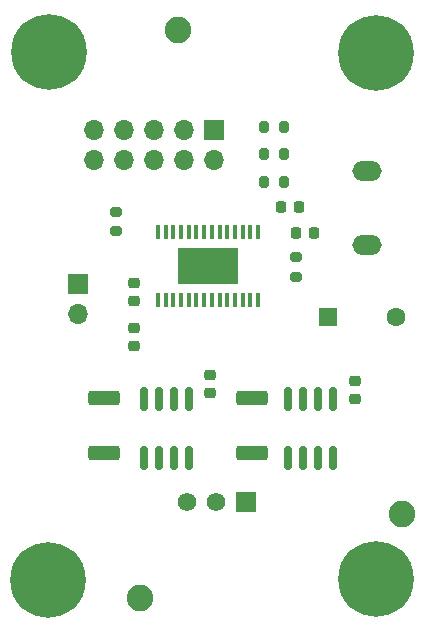
<source format=gbr>
%TF.GenerationSoftware,KiCad,Pcbnew,8.0.5*%
%TF.CreationDate,2026-01-02T18:08:47-06:00*%
%TF.ProjectId,FOC_DV,464f435f-4456-42e6-9b69-6361645f7063,rev?*%
%TF.SameCoordinates,PX7735940PY6422c40*%
%TF.FileFunction,Soldermask,Top*%
%TF.FilePolarity,Negative*%
%FSLAX46Y46*%
G04 Gerber Fmt 4.6, Leading zero omitted, Abs format (unit mm)*
G04 Created by KiCad (PCBNEW 8.0.5) date 2026-01-02 18:08:47*
%MOMM*%
%LPD*%
G01*
G04 APERTURE LIST*
G04 Aperture macros list*
%AMRoundRect*
0 Rectangle with rounded corners*
0 $1 Rounding radius*
0 $2 $3 $4 $5 $6 $7 $8 $9 X,Y pos of 4 corners*
0 Add a 4 corners polygon primitive as box body*
4,1,4,$2,$3,$4,$5,$6,$7,$8,$9,$2,$3,0*
0 Add four circle primitives for the rounded corners*
1,1,$1+$1,$2,$3*
1,1,$1+$1,$4,$5*
1,1,$1+$1,$6,$7*
1,1,$1+$1,$8,$9*
0 Add four rect primitives between the rounded corners*
20,1,$1+$1,$2,$3,$4,$5,0*
20,1,$1+$1,$4,$5,$6,$7,0*
20,1,$1+$1,$6,$7,$8,$9,0*
20,1,$1+$1,$8,$9,$2,$3,0*%
G04 Aperture macros list end*
%ADD10C,6.400000*%
%ADD11R,1.600000X1.600000*%
%ADD12C,1.600000*%
%ADD13R,0.399999X1.200000*%
%ADD14R,5.180000X3.099999*%
%ADD15C,0.399999*%
%ADD16RoundRect,0.200000X-0.275000X0.200000X-0.275000X-0.200000X0.275000X-0.200000X0.275000X0.200000X0*%
%ADD17R,1.750000X1.750000*%
%ADD18C,1.575000*%
%ADD19RoundRect,0.200000X-0.200000X-0.275000X0.200000X-0.275000X0.200000X0.275000X-0.200000X0.275000X0*%
%ADD20RoundRect,0.200000X0.275000X-0.200000X0.275000X0.200000X-0.275000X0.200000X-0.275000X-0.200000X0*%
%ADD21RoundRect,0.218750X0.218750X0.256250X-0.218750X0.256250X-0.218750X-0.256250X0.218750X-0.256250X0*%
%ADD22O,2.500000X1.700000*%
%ADD23C,2.250000*%
%ADD24RoundRect,0.150000X0.150000X-0.825000X0.150000X0.825000X-0.150000X0.825000X-0.150000X-0.825000X0*%
%ADD25R,1.700000X1.700000*%
%ADD26O,1.700000X1.700000*%
%ADD27RoundRect,0.250000X1.075000X-0.362500X1.075000X0.362500X-1.075000X0.362500X-1.075000X-0.362500X0*%
%ADD28RoundRect,0.200000X0.200000X0.275000X-0.200000X0.275000X-0.200000X-0.275000X0.200000X-0.275000X0*%
%ADD29RoundRect,0.225000X0.250000X-0.225000X0.250000X0.225000X-0.250000X0.225000X-0.250000X-0.225000X0*%
%ADD30RoundRect,0.225000X0.225000X0.250000X-0.225000X0.250000X-0.225000X-0.250000X0.225000X-0.250000X0*%
%ADD31RoundRect,0.225000X-0.250000X0.225000X-0.250000X-0.225000X0.250000X-0.225000X0.250000X0.225000X0*%
G04 APERTURE END LIST*
D10*
%TO.C,H4*%
X37302944Y50502944D03*
%TD*%
%TO.C,H2*%
X9600000Y50600000D03*
%TD*%
%TO.C,H3*%
X9497056Y5902944D03*
%TD*%
%TO.C,H1*%
X37250000Y6000000D03*
%TD*%
D11*
%TO.C,C1*%
X33200000Y28200000D03*
D12*
X38950000Y28200000D03*
%TD*%
D13*
%TO.C,U1*%
X18825000Y29650001D03*
X19475001Y29650001D03*
X20125000Y29650001D03*
X20775001Y29650001D03*
X21424999Y29650001D03*
X22075001Y29650001D03*
X22724999Y29650001D03*
X23375001Y29650001D03*
X24024999Y29650001D03*
X24675001Y29650001D03*
X25324999Y29650001D03*
X25975000Y29650001D03*
X26624999Y29650001D03*
X27275000Y29650001D03*
X27275000Y35349999D03*
X26624999Y35349999D03*
X25975000Y35349999D03*
X25324999Y35349999D03*
X24675001Y35349999D03*
X24024999Y35349999D03*
X23375001Y35349999D03*
X22724999Y35349999D03*
X22075001Y35349999D03*
X21424999Y35349999D03*
X20775001Y35349999D03*
X20125000Y35349999D03*
X19475001Y35349999D03*
X18825000Y35349999D03*
D14*
X23050000Y32500000D03*
D15*
X21049999Y31499999D03*
X22049999Y31499999D03*
X23050000Y31499999D03*
X24050001Y31499999D03*
X25050001Y31499999D03*
X21049999Y32500000D03*
X22049999Y32500000D03*
X23050000Y32500000D03*
X24050001Y32500000D03*
X25050001Y32500000D03*
X21049999Y33500001D03*
X22049999Y33500001D03*
X23050000Y33500001D03*
X24050001Y33500001D03*
X25050001Y33500001D03*
%TD*%
D16*
%TO.C,R7*%
X15250000Y37075000D03*
X15250000Y35425000D03*
%TD*%
D17*
%TO.C,J3*%
X26250000Y12500000D03*
D18*
X23750000Y12500000D03*
X21250000Y12500000D03*
%TD*%
D19*
%TO.C,R6*%
X27825000Y44300000D03*
X29475000Y44300000D03*
%TD*%
D20*
%TO.C,R3*%
X30500000Y31600000D03*
X30500000Y33250000D03*
%TD*%
D21*
%TO.C,D1*%
X32037500Y35250000D03*
X30462500Y35250000D03*
%TD*%
D22*
%TO.C,REF\u002A\u002A*%
X36500000Y34250000D03*
X36500000Y40500000D03*
%TD*%
D23*
%TO.C,FID3*%
X17325000Y4375000D03*
%TD*%
%TO.C,FID2*%
X39500000Y11500000D03*
%TD*%
%TO.C,FID1*%
X20500000Y52500000D03*
%TD*%
D24*
%TO.C,U4*%
X29845000Y16275000D03*
X31115000Y16275000D03*
X32385000Y16275000D03*
X33655000Y16275000D03*
X33655000Y21225000D03*
X32385000Y21225000D03*
X31115000Y21225000D03*
X29845000Y21225000D03*
%TD*%
%TO.C,U3*%
X17595000Y16275000D03*
X18865000Y16275000D03*
X20135000Y16275000D03*
X21405000Y16275000D03*
X21405000Y21225000D03*
X20135000Y21225000D03*
X18865000Y21225000D03*
X17595000Y21225000D03*
%TD*%
D25*
%TO.C,U2*%
X23540000Y44000000D03*
D26*
X23540000Y41460000D03*
X21000000Y44000000D03*
X21000000Y41460000D03*
X18460000Y44000000D03*
X18460000Y41460000D03*
X15920000Y44000000D03*
X15920000Y41460000D03*
X13380000Y44000000D03*
X13380000Y41460000D03*
%TD*%
D27*
%TO.C,R5*%
X26750000Y16687500D03*
X26750000Y21312500D03*
%TD*%
%TO.C,R4*%
X14250000Y16687500D03*
X14250000Y21312500D03*
%TD*%
D28*
%TO.C,R2*%
X29475000Y42000000D03*
X27825000Y42000000D03*
%TD*%
%TO.C,R1*%
X29475000Y39600000D03*
X27825000Y39600000D03*
%TD*%
D25*
%TO.C,J1*%
X12000000Y31000000D03*
D26*
X12000000Y28460000D03*
%TD*%
D29*
%TO.C,C6*%
X23250000Y21725000D03*
X23250000Y23275000D03*
%TD*%
%TO.C,C5*%
X35500000Y21225000D03*
X35500000Y22775000D03*
%TD*%
D30*
%TO.C,C4*%
X30775000Y37500000D03*
X29225000Y37500000D03*
%TD*%
D31*
%TO.C,C3*%
X16750000Y29500000D03*
X16750000Y31050000D03*
%TD*%
%TO.C,C2*%
X16750000Y27275000D03*
X16750000Y25725000D03*
%TD*%
M02*

</source>
